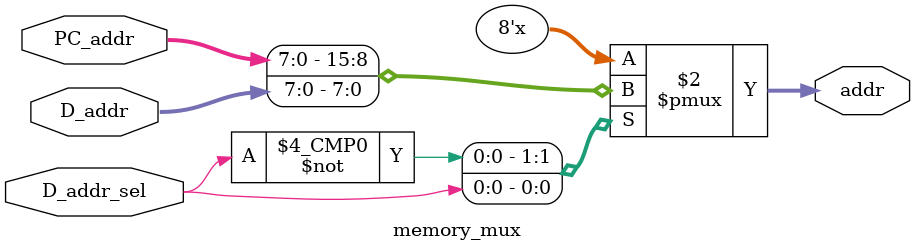
<source format=v>
`timescale 1ns / 1ps


module memory_mux(
    input D_addr_sel,
    input [7:0] PC_addr, D_addr,
    output [7:0] addr
    );
    
    reg [7:0] addr;
    
    always @(D_addr_sel or PC_addr or D_addr) begin
    
        case (D_addr_sel)
            1'b0: addr <= PC_addr;
            1'b1: addr <= D_addr;
            default: addr <= 8'hFF;
        endcase
    end 
    
endmodule

</source>
